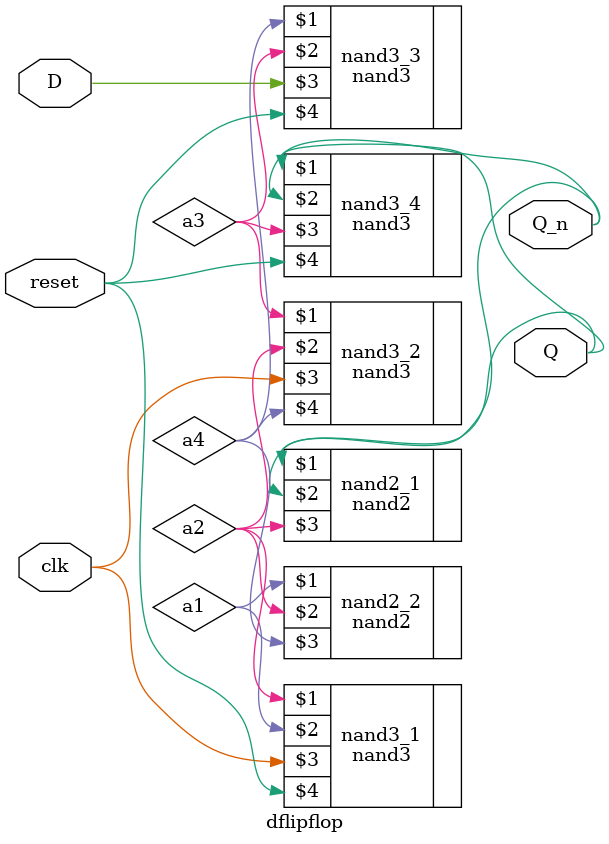
<source format=v>
`timescale 1ns / 1ps
module dflipflop(
    output Q,
    output Q_n,
    input D,
    input clk,		// Positive edge triggered.
    input reset	// Asynch active low reset
    );

	// Using NAND2 and NAND3 Gates only.
	 
	wire a1, a2, a3, a4;
	 
	nand2 nand2_2(a1, a2, a4);
	 
	nand3 nand3_1(a2, a1, clk, reset);
	nand3 nand3_2(a3, a2, clk, a4);
	nand3 nand3_3(a4, a3, D, reset);
	 
	// Q_n and Q outputs
	nand3 nand3_4(Q_n, Q, a3, reset);
	nand2 nand2_1(Q, Q_n, a2);

endmodule

</source>
